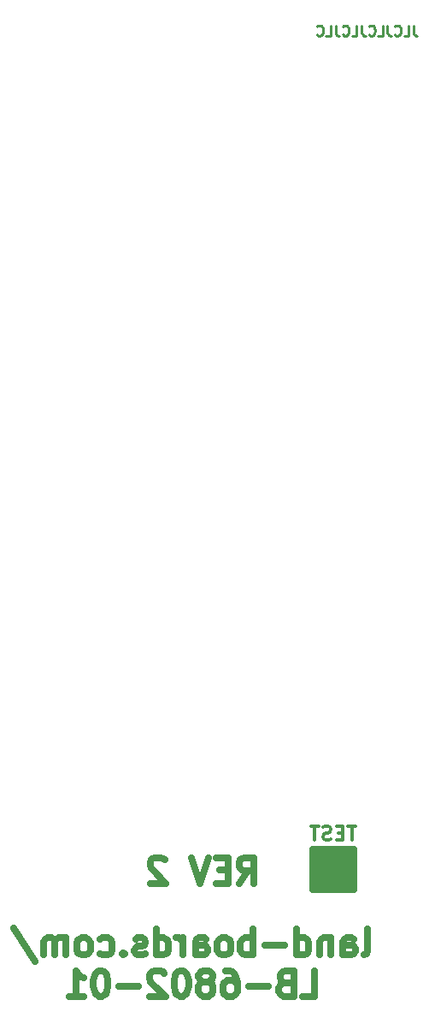
<source format=gbo>
G04 #@! TF.GenerationSoftware,KiCad,Pcbnew,8.0.4*
G04 #@! TF.CreationDate,2024-09-17T07:15:40-04:00*
G04 #@! TF.ProjectId,LB-6802-01,4c422d36-3830-4322-9d30-312e6b696361,2*
G04 #@! TF.SameCoordinates,Original*
G04 #@! TF.FileFunction,Legend,Bot*
G04 #@! TF.FilePolarity,Positive*
%FSLAX46Y46*%
G04 Gerber Fmt 4.6, Leading zero omitted, Abs format (unit mm)*
G04 Created by KiCad (PCBNEW 8.0.4) date 2024-09-17 07:15:40*
%MOMM*%
%LPD*%
G01*
G04 APERTURE LIST*
%ADD10C,0.635000*%
%ADD11C,0.250000*%
%ADD12C,0.317500*%
%ADD13C,0.650000*%
G04 APERTURE END LIST*
D10*
X173711807Y-140829403D02*
X173953712Y-140708451D01*
X173953712Y-140708451D02*
X174074665Y-140466546D01*
X174074665Y-140466546D02*
X174074665Y-138289403D01*
X171655617Y-140829403D02*
X171655617Y-139498927D01*
X171655617Y-139498927D02*
X171776570Y-139257022D01*
X171776570Y-139257022D02*
X172018474Y-139136070D01*
X172018474Y-139136070D02*
X172502284Y-139136070D01*
X172502284Y-139136070D02*
X172744189Y-139257022D01*
X171655617Y-140708451D02*
X171897522Y-140829403D01*
X171897522Y-140829403D02*
X172502284Y-140829403D01*
X172502284Y-140829403D02*
X172744189Y-140708451D01*
X172744189Y-140708451D02*
X172865141Y-140466546D01*
X172865141Y-140466546D02*
X172865141Y-140224641D01*
X172865141Y-140224641D02*
X172744189Y-139982736D01*
X172744189Y-139982736D02*
X172502284Y-139861784D01*
X172502284Y-139861784D02*
X171897522Y-139861784D01*
X171897522Y-139861784D02*
X171655617Y-139740831D01*
X170446094Y-139136070D02*
X170446094Y-140829403D01*
X170446094Y-139377974D02*
X170325141Y-139257022D01*
X170325141Y-139257022D02*
X170083236Y-139136070D01*
X170083236Y-139136070D02*
X169720379Y-139136070D01*
X169720379Y-139136070D02*
X169478475Y-139257022D01*
X169478475Y-139257022D02*
X169357522Y-139498927D01*
X169357522Y-139498927D02*
X169357522Y-140829403D01*
X167059427Y-140829403D02*
X167059427Y-138289403D01*
X167059427Y-140708451D02*
X167301332Y-140829403D01*
X167301332Y-140829403D02*
X167785141Y-140829403D01*
X167785141Y-140829403D02*
X168027046Y-140708451D01*
X168027046Y-140708451D02*
X168147999Y-140587498D01*
X168147999Y-140587498D02*
X168268951Y-140345593D01*
X168268951Y-140345593D02*
X168268951Y-139619879D01*
X168268951Y-139619879D02*
X168147999Y-139377974D01*
X168147999Y-139377974D02*
X168027046Y-139257022D01*
X168027046Y-139257022D02*
X167785141Y-139136070D01*
X167785141Y-139136070D02*
X167301332Y-139136070D01*
X167301332Y-139136070D02*
X167059427Y-139257022D01*
X165849904Y-139861784D02*
X163914666Y-139861784D01*
X162705142Y-140829403D02*
X162705142Y-138289403D01*
X162705142Y-139257022D02*
X162463237Y-139136070D01*
X162463237Y-139136070D02*
X161979427Y-139136070D01*
X161979427Y-139136070D02*
X161737523Y-139257022D01*
X161737523Y-139257022D02*
X161616570Y-139377974D01*
X161616570Y-139377974D02*
X161495618Y-139619879D01*
X161495618Y-139619879D02*
X161495618Y-140345593D01*
X161495618Y-140345593D02*
X161616570Y-140587498D01*
X161616570Y-140587498D02*
X161737523Y-140708451D01*
X161737523Y-140708451D02*
X161979427Y-140829403D01*
X161979427Y-140829403D02*
X162463237Y-140829403D01*
X162463237Y-140829403D02*
X162705142Y-140708451D01*
X160044189Y-140829403D02*
X160286094Y-140708451D01*
X160286094Y-140708451D02*
X160407047Y-140587498D01*
X160407047Y-140587498D02*
X160527999Y-140345593D01*
X160527999Y-140345593D02*
X160527999Y-139619879D01*
X160527999Y-139619879D02*
X160407047Y-139377974D01*
X160407047Y-139377974D02*
X160286094Y-139257022D01*
X160286094Y-139257022D02*
X160044189Y-139136070D01*
X160044189Y-139136070D02*
X159681332Y-139136070D01*
X159681332Y-139136070D02*
X159439428Y-139257022D01*
X159439428Y-139257022D02*
X159318475Y-139377974D01*
X159318475Y-139377974D02*
X159197523Y-139619879D01*
X159197523Y-139619879D02*
X159197523Y-140345593D01*
X159197523Y-140345593D02*
X159318475Y-140587498D01*
X159318475Y-140587498D02*
X159439428Y-140708451D01*
X159439428Y-140708451D02*
X159681332Y-140829403D01*
X159681332Y-140829403D02*
X160044189Y-140829403D01*
X157020380Y-140829403D02*
X157020380Y-139498927D01*
X157020380Y-139498927D02*
X157141333Y-139257022D01*
X157141333Y-139257022D02*
X157383237Y-139136070D01*
X157383237Y-139136070D02*
X157867047Y-139136070D01*
X157867047Y-139136070D02*
X158108952Y-139257022D01*
X157020380Y-140708451D02*
X157262285Y-140829403D01*
X157262285Y-140829403D02*
X157867047Y-140829403D01*
X157867047Y-140829403D02*
X158108952Y-140708451D01*
X158108952Y-140708451D02*
X158229904Y-140466546D01*
X158229904Y-140466546D02*
X158229904Y-140224641D01*
X158229904Y-140224641D02*
X158108952Y-139982736D01*
X158108952Y-139982736D02*
X157867047Y-139861784D01*
X157867047Y-139861784D02*
X157262285Y-139861784D01*
X157262285Y-139861784D02*
X157020380Y-139740831D01*
X155810857Y-140829403D02*
X155810857Y-139136070D01*
X155810857Y-139619879D02*
X155689904Y-139377974D01*
X155689904Y-139377974D02*
X155568952Y-139257022D01*
X155568952Y-139257022D02*
X155327047Y-139136070D01*
X155327047Y-139136070D02*
X155085142Y-139136070D01*
X153149904Y-140829403D02*
X153149904Y-138289403D01*
X153149904Y-140708451D02*
X153391809Y-140829403D01*
X153391809Y-140829403D02*
X153875618Y-140829403D01*
X153875618Y-140829403D02*
X154117523Y-140708451D01*
X154117523Y-140708451D02*
X154238476Y-140587498D01*
X154238476Y-140587498D02*
X154359428Y-140345593D01*
X154359428Y-140345593D02*
X154359428Y-139619879D01*
X154359428Y-139619879D02*
X154238476Y-139377974D01*
X154238476Y-139377974D02*
X154117523Y-139257022D01*
X154117523Y-139257022D02*
X153875618Y-139136070D01*
X153875618Y-139136070D02*
X153391809Y-139136070D01*
X153391809Y-139136070D02*
X153149904Y-139257022D01*
X152061333Y-140708451D02*
X151819428Y-140829403D01*
X151819428Y-140829403D02*
X151335619Y-140829403D01*
X151335619Y-140829403D02*
X151093714Y-140708451D01*
X151093714Y-140708451D02*
X150972762Y-140466546D01*
X150972762Y-140466546D02*
X150972762Y-140345593D01*
X150972762Y-140345593D02*
X151093714Y-140103689D01*
X151093714Y-140103689D02*
X151335619Y-139982736D01*
X151335619Y-139982736D02*
X151698476Y-139982736D01*
X151698476Y-139982736D02*
X151940381Y-139861784D01*
X151940381Y-139861784D02*
X152061333Y-139619879D01*
X152061333Y-139619879D02*
X152061333Y-139498927D01*
X152061333Y-139498927D02*
X151940381Y-139257022D01*
X151940381Y-139257022D02*
X151698476Y-139136070D01*
X151698476Y-139136070D02*
X151335619Y-139136070D01*
X151335619Y-139136070D02*
X151093714Y-139257022D01*
X149884191Y-140587498D02*
X149763238Y-140708451D01*
X149763238Y-140708451D02*
X149884191Y-140829403D01*
X149884191Y-140829403D02*
X150005143Y-140708451D01*
X150005143Y-140708451D02*
X149884191Y-140587498D01*
X149884191Y-140587498D02*
X149884191Y-140829403D01*
X147586095Y-140708451D02*
X147828000Y-140829403D01*
X147828000Y-140829403D02*
X148311809Y-140829403D01*
X148311809Y-140829403D02*
X148553714Y-140708451D01*
X148553714Y-140708451D02*
X148674667Y-140587498D01*
X148674667Y-140587498D02*
X148795619Y-140345593D01*
X148795619Y-140345593D02*
X148795619Y-139619879D01*
X148795619Y-139619879D02*
X148674667Y-139377974D01*
X148674667Y-139377974D02*
X148553714Y-139257022D01*
X148553714Y-139257022D02*
X148311809Y-139136070D01*
X148311809Y-139136070D02*
X147828000Y-139136070D01*
X147828000Y-139136070D02*
X147586095Y-139257022D01*
X146134666Y-140829403D02*
X146376571Y-140708451D01*
X146376571Y-140708451D02*
X146497524Y-140587498D01*
X146497524Y-140587498D02*
X146618476Y-140345593D01*
X146618476Y-140345593D02*
X146618476Y-139619879D01*
X146618476Y-139619879D02*
X146497524Y-139377974D01*
X146497524Y-139377974D02*
X146376571Y-139257022D01*
X146376571Y-139257022D02*
X146134666Y-139136070D01*
X146134666Y-139136070D02*
X145771809Y-139136070D01*
X145771809Y-139136070D02*
X145529905Y-139257022D01*
X145529905Y-139257022D02*
X145408952Y-139377974D01*
X145408952Y-139377974D02*
X145288000Y-139619879D01*
X145288000Y-139619879D02*
X145288000Y-140345593D01*
X145288000Y-140345593D02*
X145408952Y-140587498D01*
X145408952Y-140587498D02*
X145529905Y-140708451D01*
X145529905Y-140708451D02*
X145771809Y-140829403D01*
X145771809Y-140829403D02*
X146134666Y-140829403D01*
X144199429Y-140829403D02*
X144199429Y-139136070D01*
X144199429Y-139377974D02*
X144078476Y-139257022D01*
X144078476Y-139257022D02*
X143836571Y-139136070D01*
X143836571Y-139136070D02*
X143473714Y-139136070D01*
X143473714Y-139136070D02*
X143231810Y-139257022D01*
X143231810Y-139257022D02*
X143110857Y-139498927D01*
X143110857Y-139498927D02*
X143110857Y-140829403D01*
X143110857Y-139498927D02*
X142989905Y-139257022D01*
X142989905Y-139257022D02*
X142748000Y-139136070D01*
X142748000Y-139136070D02*
X142385143Y-139136070D01*
X142385143Y-139136070D02*
X142143238Y-139257022D01*
X142143238Y-139257022D02*
X142022286Y-139498927D01*
X142022286Y-139498927D02*
X142022286Y-140829403D01*
X138998476Y-138168451D02*
X141175619Y-141434165D01*
X167603715Y-144918661D02*
X168813239Y-144918661D01*
X168813239Y-144918661D02*
X168813239Y-142378661D01*
X165910382Y-143588185D02*
X165547525Y-143709137D01*
X165547525Y-143709137D02*
X165426572Y-143830089D01*
X165426572Y-143830089D02*
X165305620Y-144071994D01*
X165305620Y-144071994D02*
X165305620Y-144434851D01*
X165305620Y-144434851D02*
X165426572Y-144676756D01*
X165426572Y-144676756D02*
X165547525Y-144797709D01*
X165547525Y-144797709D02*
X165789430Y-144918661D01*
X165789430Y-144918661D02*
X166757049Y-144918661D01*
X166757049Y-144918661D02*
X166757049Y-142378661D01*
X166757049Y-142378661D02*
X165910382Y-142378661D01*
X165910382Y-142378661D02*
X165668477Y-142499613D01*
X165668477Y-142499613D02*
X165547525Y-142620566D01*
X165547525Y-142620566D02*
X165426572Y-142862470D01*
X165426572Y-142862470D02*
X165426572Y-143104375D01*
X165426572Y-143104375D02*
X165547525Y-143346280D01*
X165547525Y-143346280D02*
X165668477Y-143467232D01*
X165668477Y-143467232D02*
X165910382Y-143588185D01*
X165910382Y-143588185D02*
X166757049Y-143588185D01*
X164217049Y-143951042D02*
X162281811Y-143951042D01*
X159983715Y-142378661D02*
X160467525Y-142378661D01*
X160467525Y-142378661D02*
X160709429Y-142499613D01*
X160709429Y-142499613D02*
X160830382Y-142620566D01*
X160830382Y-142620566D02*
X161072287Y-142983423D01*
X161072287Y-142983423D02*
X161193239Y-143467232D01*
X161193239Y-143467232D02*
X161193239Y-144434851D01*
X161193239Y-144434851D02*
X161072287Y-144676756D01*
X161072287Y-144676756D02*
X160951334Y-144797709D01*
X160951334Y-144797709D02*
X160709429Y-144918661D01*
X160709429Y-144918661D02*
X160225620Y-144918661D01*
X160225620Y-144918661D02*
X159983715Y-144797709D01*
X159983715Y-144797709D02*
X159862763Y-144676756D01*
X159862763Y-144676756D02*
X159741810Y-144434851D01*
X159741810Y-144434851D02*
X159741810Y-143830089D01*
X159741810Y-143830089D02*
X159862763Y-143588185D01*
X159862763Y-143588185D02*
X159983715Y-143467232D01*
X159983715Y-143467232D02*
X160225620Y-143346280D01*
X160225620Y-143346280D02*
X160709429Y-143346280D01*
X160709429Y-143346280D02*
X160951334Y-143467232D01*
X160951334Y-143467232D02*
X161072287Y-143588185D01*
X161072287Y-143588185D02*
X161193239Y-143830089D01*
X158290381Y-143467232D02*
X158532286Y-143346280D01*
X158532286Y-143346280D02*
X158653239Y-143225328D01*
X158653239Y-143225328D02*
X158774191Y-142983423D01*
X158774191Y-142983423D02*
X158774191Y-142862470D01*
X158774191Y-142862470D02*
X158653239Y-142620566D01*
X158653239Y-142620566D02*
X158532286Y-142499613D01*
X158532286Y-142499613D02*
X158290381Y-142378661D01*
X158290381Y-142378661D02*
X157806572Y-142378661D01*
X157806572Y-142378661D02*
X157564667Y-142499613D01*
X157564667Y-142499613D02*
X157443715Y-142620566D01*
X157443715Y-142620566D02*
X157322762Y-142862470D01*
X157322762Y-142862470D02*
X157322762Y-142983423D01*
X157322762Y-142983423D02*
X157443715Y-143225328D01*
X157443715Y-143225328D02*
X157564667Y-143346280D01*
X157564667Y-143346280D02*
X157806572Y-143467232D01*
X157806572Y-143467232D02*
X158290381Y-143467232D01*
X158290381Y-143467232D02*
X158532286Y-143588185D01*
X158532286Y-143588185D02*
X158653239Y-143709137D01*
X158653239Y-143709137D02*
X158774191Y-143951042D01*
X158774191Y-143951042D02*
X158774191Y-144434851D01*
X158774191Y-144434851D02*
X158653239Y-144676756D01*
X158653239Y-144676756D02*
X158532286Y-144797709D01*
X158532286Y-144797709D02*
X158290381Y-144918661D01*
X158290381Y-144918661D02*
X157806572Y-144918661D01*
X157806572Y-144918661D02*
X157564667Y-144797709D01*
X157564667Y-144797709D02*
X157443715Y-144676756D01*
X157443715Y-144676756D02*
X157322762Y-144434851D01*
X157322762Y-144434851D02*
X157322762Y-143951042D01*
X157322762Y-143951042D02*
X157443715Y-143709137D01*
X157443715Y-143709137D02*
X157564667Y-143588185D01*
X157564667Y-143588185D02*
X157806572Y-143467232D01*
X155750381Y-142378661D02*
X155508476Y-142378661D01*
X155508476Y-142378661D02*
X155266572Y-142499613D01*
X155266572Y-142499613D02*
X155145619Y-142620566D01*
X155145619Y-142620566D02*
X155024667Y-142862470D01*
X155024667Y-142862470D02*
X154903714Y-143346280D01*
X154903714Y-143346280D02*
X154903714Y-143951042D01*
X154903714Y-143951042D02*
X155024667Y-144434851D01*
X155024667Y-144434851D02*
X155145619Y-144676756D01*
X155145619Y-144676756D02*
X155266572Y-144797709D01*
X155266572Y-144797709D02*
X155508476Y-144918661D01*
X155508476Y-144918661D02*
X155750381Y-144918661D01*
X155750381Y-144918661D02*
X155992286Y-144797709D01*
X155992286Y-144797709D02*
X156113238Y-144676756D01*
X156113238Y-144676756D02*
X156234191Y-144434851D01*
X156234191Y-144434851D02*
X156355143Y-143951042D01*
X156355143Y-143951042D02*
X156355143Y-143346280D01*
X156355143Y-143346280D02*
X156234191Y-142862470D01*
X156234191Y-142862470D02*
X156113238Y-142620566D01*
X156113238Y-142620566D02*
X155992286Y-142499613D01*
X155992286Y-142499613D02*
X155750381Y-142378661D01*
X153936095Y-142620566D02*
X153815143Y-142499613D01*
X153815143Y-142499613D02*
X153573238Y-142378661D01*
X153573238Y-142378661D02*
X152968476Y-142378661D01*
X152968476Y-142378661D02*
X152726571Y-142499613D01*
X152726571Y-142499613D02*
X152605619Y-142620566D01*
X152605619Y-142620566D02*
X152484666Y-142862470D01*
X152484666Y-142862470D02*
X152484666Y-143104375D01*
X152484666Y-143104375D02*
X152605619Y-143467232D01*
X152605619Y-143467232D02*
X154057047Y-144918661D01*
X154057047Y-144918661D02*
X152484666Y-144918661D01*
X151396095Y-143951042D02*
X149460857Y-143951042D01*
X147767523Y-142378661D02*
X147525618Y-142378661D01*
X147525618Y-142378661D02*
X147283714Y-142499613D01*
X147283714Y-142499613D02*
X147162761Y-142620566D01*
X147162761Y-142620566D02*
X147041809Y-142862470D01*
X147041809Y-142862470D02*
X146920856Y-143346280D01*
X146920856Y-143346280D02*
X146920856Y-143951042D01*
X146920856Y-143951042D02*
X147041809Y-144434851D01*
X147041809Y-144434851D02*
X147162761Y-144676756D01*
X147162761Y-144676756D02*
X147283714Y-144797709D01*
X147283714Y-144797709D02*
X147525618Y-144918661D01*
X147525618Y-144918661D02*
X147767523Y-144918661D01*
X147767523Y-144918661D02*
X148009428Y-144797709D01*
X148009428Y-144797709D02*
X148130380Y-144676756D01*
X148130380Y-144676756D02*
X148251333Y-144434851D01*
X148251333Y-144434851D02*
X148372285Y-143951042D01*
X148372285Y-143951042D02*
X148372285Y-143346280D01*
X148372285Y-143346280D02*
X148251333Y-142862470D01*
X148251333Y-142862470D02*
X148130380Y-142620566D01*
X148130380Y-142620566D02*
X148009428Y-142499613D01*
X148009428Y-142499613D02*
X147767523Y-142378661D01*
X144501808Y-144918661D02*
X145953237Y-144918661D01*
X145227523Y-144918661D02*
X145227523Y-142378661D01*
X145227523Y-142378661D02*
X145469427Y-142741518D01*
X145469427Y-142741518D02*
X145711332Y-142983423D01*
X145711332Y-142983423D02*
X145953237Y-143104375D01*
X161362571Y-133730032D02*
X162209238Y-132520508D01*
X162814000Y-133730032D02*
X162814000Y-131190032D01*
X162814000Y-131190032D02*
X161846381Y-131190032D01*
X161846381Y-131190032D02*
X161604476Y-131310984D01*
X161604476Y-131310984D02*
X161483523Y-131431937D01*
X161483523Y-131431937D02*
X161362571Y-131673841D01*
X161362571Y-131673841D02*
X161362571Y-132036699D01*
X161362571Y-132036699D02*
X161483523Y-132278603D01*
X161483523Y-132278603D02*
X161604476Y-132399556D01*
X161604476Y-132399556D02*
X161846381Y-132520508D01*
X161846381Y-132520508D02*
X162814000Y-132520508D01*
X160274000Y-132399556D02*
X159427333Y-132399556D01*
X159064476Y-133730032D02*
X160274000Y-133730032D01*
X160274000Y-133730032D02*
X160274000Y-131190032D01*
X160274000Y-131190032D02*
X159064476Y-131190032D01*
X158338762Y-131190032D02*
X157492095Y-133730032D01*
X157492095Y-133730032D02*
X156645428Y-131190032D01*
X153984476Y-131431937D02*
X153863524Y-131310984D01*
X153863524Y-131310984D02*
X153621619Y-131190032D01*
X153621619Y-131190032D02*
X153016857Y-131190032D01*
X153016857Y-131190032D02*
X152774952Y-131310984D01*
X152774952Y-131310984D02*
X152654000Y-131431937D01*
X152654000Y-131431937D02*
X152533047Y-131673841D01*
X152533047Y-131673841D02*
X152533047Y-131915746D01*
X152533047Y-131915746D02*
X152654000Y-132278603D01*
X152654000Y-132278603D02*
X154105428Y-133730032D01*
X154105428Y-133730032D02*
X152533047Y-133730032D01*
D11*
X178635717Y-48902619D02*
X178635717Y-49616904D01*
X178635717Y-49616904D02*
X178683336Y-49759761D01*
X178683336Y-49759761D02*
X178778574Y-49855000D01*
X178778574Y-49855000D02*
X178921431Y-49902619D01*
X178921431Y-49902619D02*
X179016669Y-49902619D01*
X177683336Y-49902619D02*
X178159526Y-49902619D01*
X178159526Y-49902619D02*
X178159526Y-48902619D01*
X176778574Y-49807380D02*
X176826193Y-49855000D01*
X176826193Y-49855000D02*
X176969050Y-49902619D01*
X176969050Y-49902619D02*
X177064288Y-49902619D01*
X177064288Y-49902619D02*
X177207145Y-49855000D01*
X177207145Y-49855000D02*
X177302383Y-49759761D01*
X177302383Y-49759761D02*
X177350002Y-49664523D01*
X177350002Y-49664523D02*
X177397621Y-49474047D01*
X177397621Y-49474047D02*
X177397621Y-49331190D01*
X177397621Y-49331190D02*
X177350002Y-49140714D01*
X177350002Y-49140714D02*
X177302383Y-49045476D01*
X177302383Y-49045476D02*
X177207145Y-48950238D01*
X177207145Y-48950238D02*
X177064288Y-48902619D01*
X177064288Y-48902619D02*
X176969050Y-48902619D01*
X176969050Y-48902619D02*
X176826193Y-48950238D01*
X176826193Y-48950238D02*
X176778574Y-48997857D01*
X176064288Y-48902619D02*
X176064288Y-49616904D01*
X176064288Y-49616904D02*
X176111907Y-49759761D01*
X176111907Y-49759761D02*
X176207145Y-49855000D01*
X176207145Y-49855000D02*
X176350002Y-49902619D01*
X176350002Y-49902619D02*
X176445240Y-49902619D01*
X175111907Y-49902619D02*
X175588097Y-49902619D01*
X175588097Y-49902619D02*
X175588097Y-48902619D01*
X174207145Y-49807380D02*
X174254764Y-49855000D01*
X174254764Y-49855000D02*
X174397621Y-49902619D01*
X174397621Y-49902619D02*
X174492859Y-49902619D01*
X174492859Y-49902619D02*
X174635716Y-49855000D01*
X174635716Y-49855000D02*
X174730954Y-49759761D01*
X174730954Y-49759761D02*
X174778573Y-49664523D01*
X174778573Y-49664523D02*
X174826192Y-49474047D01*
X174826192Y-49474047D02*
X174826192Y-49331190D01*
X174826192Y-49331190D02*
X174778573Y-49140714D01*
X174778573Y-49140714D02*
X174730954Y-49045476D01*
X174730954Y-49045476D02*
X174635716Y-48950238D01*
X174635716Y-48950238D02*
X174492859Y-48902619D01*
X174492859Y-48902619D02*
X174397621Y-48902619D01*
X174397621Y-48902619D02*
X174254764Y-48950238D01*
X174254764Y-48950238D02*
X174207145Y-48997857D01*
X173492859Y-48902619D02*
X173492859Y-49616904D01*
X173492859Y-49616904D02*
X173540478Y-49759761D01*
X173540478Y-49759761D02*
X173635716Y-49855000D01*
X173635716Y-49855000D02*
X173778573Y-49902619D01*
X173778573Y-49902619D02*
X173873811Y-49902619D01*
X172540478Y-49902619D02*
X173016668Y-49902619D01*
X173016668Y-49902619D02*
X173016668Y-48902619D01*
X171635716Y-49807380D02*
X171683335Y-49855000D01*
X171683335Y-49855000D02*
X171826192Y-49902619D01*
X171826192Y-49902619D02*
X171921430Y-49902619D01*
X171921430Y-49902619D02*
X172064287Y-49855000D01*
X172064287Y-49855000D02*
X172159525Y-49759761D01*
X172159525Y-49759761D02*
X172207144Y-49664523D01*
X172207144Y-49664523D02*
X172254763Y-49474047D01*
X172254763Y-49474047D02*
X172254763Y-49331190D01*
X172254763Y-49331190D02*
X172207144Y-49140714D01*
X172207144Y-49140714D02*
X172159525Y-49045476D01*
X172159525Y-49045476D02*
X172064287Y-48950238D01*
X172064287Y-48950238D02*
X171921430Y-48902619D01*
X171921430Y-48902619D02*
X171826192Y-48902619D01*
X171826192Y-48902619D02*
X171683335Y-48950238D01*
X171683335Y-48950238D02*
X171635716Y-48997857D01*
X170921430Y-48902619D02*
X170921430Y-49616904D01*
X170921430Y-49616904D02*
X170969049Y-49759761D01*
X170969049Y-49759761D02*
X171064287Y-49855000D01*
X171064287Y-49855000D02*
X171207144Y-49902619D01*
X171207144Y-49902619D02*
X171302382Y-49902619D01*
X169969049Y-49902619D02*
X170445239Y-49902619D01*
X170445239Y-49902619D02*
X170445239Y-48902619D01*
X169064287Y-49807380D02*
X169111906Y-49855000D01*
X169111906Y-49855000D02*
X169254763Y-49902619D01*
X169254763Y-49902619D02*
X169350001Y-49902619D01*
X169350001Y-49902619D02*
X169492858Y-49855000D01*
X169492858Y-49855000D02*
X169588096Y-49759761D01*
X169588096Y-49759761D02*
X169635715Y-49664523D01*
X169635715Y-49664523D02*
X169683334Y-49474047D01*
X169683334Y-49474047D02*
X169683334Y-49331190D01*
X169683334Y-49331190D02*
X169635715Y-49140714D01*
X169635715Y-49140714D02*
X169588096Y-49045476D01*
X169588096Y-49045476D02*
X169492858Y-48950238D01*
X169492858Y-48950238D02*
X169350001Y-48902619D01*
X169350001Y-48902619D02*
X169254763Y-48902619D01*
X169254763Y-48902619D02*
X169111906Y-48950238D01*
X169111906Y-48950238D02*
X169064287Y-48997857D01*
D12*
X172916547Y-128066768D02*
X172118261Y-128066768D01*
X172517404Y-129463768D02*
X172517404Y-128066768D01*
X171652594Y-128732006D02*
X171186928Y-128732006D01*
X170987356Y-129463768D02*
X171652594Y-129463768D01*
X171652594Y-129463768D02*
X171652594Y-128066768D01*
X171652594Y-128066768D02*
X170987356Y-128066768D01*
X170455166Y-129397245D02*
X170255595Y-129463768D01*
X170255595Y-129463768D02*
X169922976Y-129463768D01*
X169922976Y-129463768D02*
X169789928Y-129397245D01*
X169789928Y-129397245D02*
X169723404Y-129330721D01*
X169723404Y-129330721D02*
X169656881Y-129197673D01*
X169656881Y-129197673D02*
X169656881Y-129064625D01*
X169656881Y-129064625D02*
X169723404Y-128931578D01*
X169723404Y-128931578D02*
X169789928Y-128865054D01*
X169789928Y-128865054D02*
X169922976Y-128798530D01*
X169922976Y-128798530D02*
X170189071Y-128732006D01*
X170189071Y-128732006D02*
X170322119Y-128665483D01*
X170322119Y-128665483D02*
X170388642Y-128598959D01*
X170388642Y-128598959D02*
X170455166Y-128465911D01*
X170455166Y-128465911D02*
X170455166Y-128332864D01*
X170455166Y-128332864D02*
X170388642Y-128199816D01*
X170388642Y-128199816D02*
X170322119Y-128133292D01*
X170322119Y-128133292D02*
X170189071Y-128066768D01*
X170189071Y-128066768D02*
X169856452Y-128066768D01*
X169856452Y-128066768D02*
X169656881Y-128133292D01*
X169257738Y-128066768D02*
X168459452Y-128066768D01*
X168858595Y-129463768D02*
X168858595Y-128066768D01*
D13*
X168688000Y-130334000D02*
X168688000Y-130834000D01*
X168688000Y-130334000D02*
X172688000Y-130334000D01*
X168688000Y-130834000D02*
X172688000Y-130834000D01*
X168688000Y-131334000D02*
X168688000Y-131834000D01*
X168688000Y-131834000D02*
X172688000Y-131834000D01*
X168688000Y-132334000D02*
X168688000Y-132834000D01*
X168688000Y-132834000D02*
X172188000Y-132834000D01*
X168688000Y-133334000D02*
X168688000Y-133834000D01*
X168688000Y-133834000D02*
X172688000Y-133834000D01*
X168688000Y-134334000D02*
X168688000Y-130334000D01*
X172188000Y-132834000D02*
X172688000Y-132834000D01*
X172688000Y-130334000D02*
X172688000Y-134334000D01*
X172688000Y-130834000D02*
X172688000Y-131334000D01*
X172688000Y-131334000D02*
X168688000Y-131334000D01*
X172688000Y-131834000D02*
X172688000Y-132334000D01*
X172688000Y-132334000D02*
X168688000Y-132334000D01*
X172688000Y-132834000D02*
X172688000Y-133334000D01*
X172688000Y-133334000D02*
X168688000Y-133334000D01*
X172688000Y-134334000D02*
X168688000Y-134334000D01*
M02*

</source>
